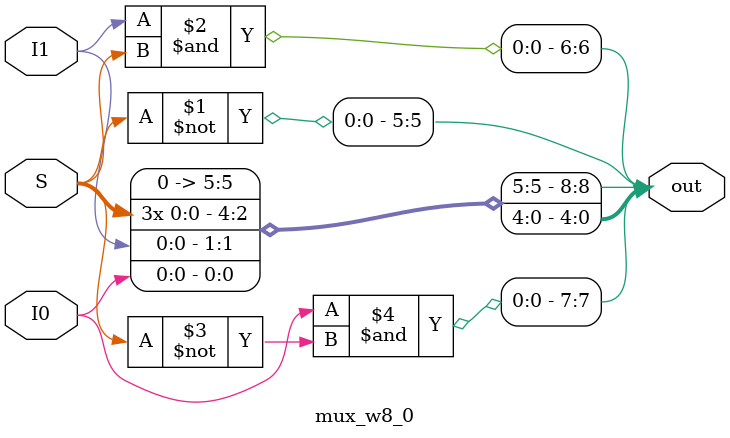
<source format=v>
module mux_w8_0(S,I0,I1,out);
	input S, I0, I1;
	output [8:0] out;
	assign out[0] = I0;
	assign out[1] = I1;
	assign out[2] = S;
	assign out[3] = S;
	assign out[4] = S;
	assign out[5] = ~S;
	assign out[6] = I1 & S;
	assign out[7] = I0 & (~S);
	assign out[8] = 0;
endmodule

</source>
